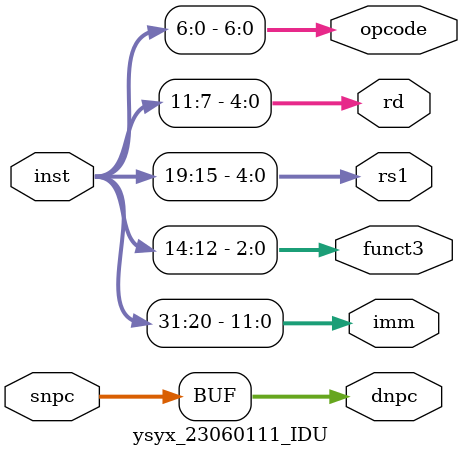
<source format=v>
module ysyx_23060111_IDU(
  input [31:0] snpc,
  input [31:0] inst,
  output [31:0] dnpc,
  output [31:20] imm,
  output [14:12] funct3,
  output [19:15] rs1,
  output [11:7] rd,
  output [6:0] opcode
);
  assign dnpc=snpc;
  assign imm=inst[31:20];
  assign rs1=inst[19:15];
  assign funct3=inst[14:12];
  assign rd=inst[11:7];
  assign opcode=inst[6:0];
endmodule

</source>
